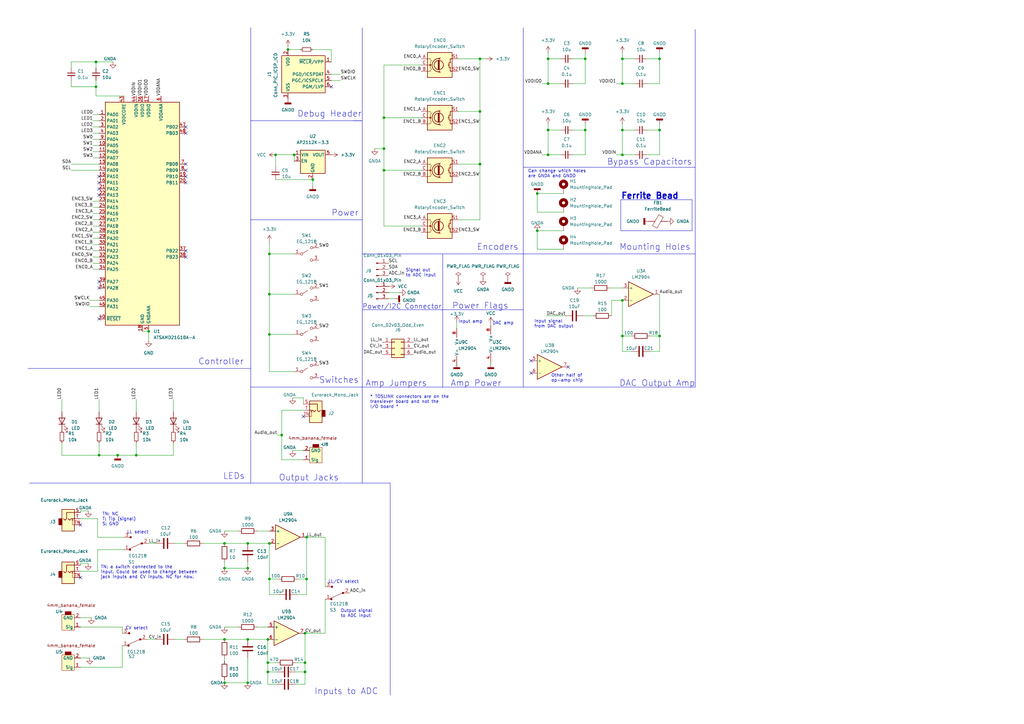
<source format=kicad_sch>
(kicad_sch (version 20230121) (generator eeschema)
  (paper "A3")
  (junction (at 113.03 63.5))
  (junction (at 55.88 186.69))
  (junction (at 270.51 137.795))
  (junction (at 92.075 233.045))
  (junction (at 224.79 53.34))
  (junction (at 224.79 34.29))
  (junction (at 92.075 262.255))
  (junction (at 48.26 186.69))
  (junction (at 110.49 120.65))
  (junction (at 118.11 20.32))
  (junction (at 196.85 45.72))
  (junction (at 39.37 35.56))
  (junction (at 115.57 178.435))
  (junction (at 224.79 24.13))
  (junction (at 270.51 53.34))
  (junction (at 92.075 222.885))
  (junction (at 110.49 222.885))
  (junction (at 196.85 67.31))
  (junction (at 60.96 135.89))
  (junction (at 255.27 63.5))
  (junction (at 125.095 259.715))
  (junction (at 110.49 237.49))
  (junction (at 92.075 280.035))
  (junction (at 39.37 25.4))
  (junction (at 110.49 137.16))
  (junction (at 157.48 69.85))
  (junction (at 255.27 24.13))
  (junction (at 120.65 63.5))
  (junction (at 101.6 262.255))
  (junction (at 125.095 271.78))
  (junction (at 128.27 73.66))
  (junction (at 157.48 48.26))
  (junction (at 40.64 186.69))
  (junction (at 255.27 34.29))
  (junction (at 125.095 275.59))
  (junction (at 240.03 53.34))
  (junction (at 101.6 222.885))
  (junction (at 110.49 104.14))
  (junction (at 125.73 237.49))
  (junction (at 101.6 233.045))
  (junction (at 240.03 24.13))
  (junction (at 224.79 63.5))
  (junction (at 109.855 275.59))
  (junction (at 101.6 280.035))
  (junction (at 255.27 123.19))
  (junction (at 270.51 24.13))
  (junction (at 220.345 94.615))
  (junction (at 196.85 24.13))
  (junction (at 125.73 220.345))
  (junction (at 220.345 79.375))
  (junction (at 255.27 137.795))
  (junction (at 109.855 271.78))
  (junction (at 157.48 60.96))
  (junction (at 109.855 262.255))
  (junction (at 255.27 53.34))
  (no_connect (at 33.02 215.265))
  (no_connect (at 124.46 170.815))
  (no_connect (at 76.2 54.61))
  (no_connect (at 40.64 130.81))
  (no_connect (at 76.2 72.39))
  (no_connect (at 233.045 150.495))
  (no_connect (at 76.2 67.31))
  (no_connect (at 76.2 105.41))
  (no_connect (at 40.64 80.01))
  (no_connect (at 217.805 147.955))
  (no_connect (at 217.805 153.035))
  (no_connect (at 76.2 74.93))
  (no_connect (at 135.89 35.56))
  (no_connect (at 76.2 52.07))
  (no_connect (at 76.2 69.85))
  (no_connect (at 76.2 102.87))
  (no_connect (at 40.64 74.93))
  (no_connect (at 33.02 236.855))
  (no_connect (at 40.64 72.39))
  (no_connect (at 40.64 77.47))
  (no_connect (at 40.64 115.57))
  (no_connect (at 40.64 118.11))
  (wire (pts (xy 110.49 104.14) (xy 110.49 120.65)))
  (wire (pts (xy 33.02 273.685) (xy 50.165 273.685)))
  (polyline (pts (xy 148.59 90.17) (xy 148.59 49.53)))
  (wire (pts (xy 224.79 24.13) (xy 229.87 24.13)))
  (wire (pts (xy 121.92 243.84) (xy 125.73 243.84)))
  (wire (pts (xy 38.1 95.25) (xy 40.64 95.25)))
  (polyline (pts (xy 148.59 158.75) (xy 102.87 158.75)))
  (wire (pts (xy 38.1 100.33) (xy 40.64 100.33)))
  (polyline (pts (xy 148.59 158.75) (xy 148.59 198.12)))
  (wire (pts (xy 110.49 237.49) (xy 110.49 222.885)))
  (polyline (pts (xy 102.87 198.12) (xy 160.02 198.12)))
  (wire (pts (xy 83.185 222.885) (xy 92.075 222.885)))
  (wire (pts (xy 40.64 181.61) (xy 40.64 186.69)))
  (polyline (pts (xy 214.63 127) (xy 181.61 127)))
  (wire (pts (xy 83.185 262.255) (xy 92.075 262.255)))
  (polyline (pts (xy 214.63 11.43) (xy 214.63 104.14)))
  (polyline (pts (xy 160.02 198.12) (xy 160.02 285.115)))
  (polyline (pts (xy 214.63 104.14) (xy 214.63 127)))
  (wire (pts (xy 33.02 234.315) (xy 40.005 234.315)))
  (wire (pts (xy 125.095 280.67) (xy 125.095 275.59)))
  (polyline (pts (xy 254.635 81.915) (xy 283.845 81.915)))
  (wire (pts (xy 255.27 123.19) (xy 255.27 137.795)))
  (wire (pts (xy 255.27 63.5) (xy 260.35 63.5)))
  (wire (pts (xy 40.005 212.725) (xy 40.005 220.345)))
  (wire (pts (xy 40.64 186.69) (xy 48.26 186.69)))
  (wire (pts (xy 157.48 60.96) (xy 157.48 69.85)))
  (wire (pts (xy 240.03 24.13) (xy 240.03 21.59)))
  (wire (pts (xy 239.395 129.54) (xy 243.205 129.54)))
  (wire (pts (xy 38.1 102.87) (xy 40.64 102.87)))
  (wire (pts (xy 255.27 53.34) (xy 255.27 63.5)))
  (wire (pts (xy 33.02 212.725) (xy 40.005 212.725)))
  (wire (pts (xy 265.43 63.5) (xy 270.51 63.5)))
  (wire (pts (xy 157.48 48.26) (xy 157.48 60.96)))
  (wire (pts (xy 252.73 63.5) (xy 255.27 63.5)))
  (wire (pts (xy 38.1 49.53) (xy 40.64 49.53)))
  (wire (pts (xy 55.88 163.83) (xy 55.88 168.91)))
  (wire (pts (xy 270.51 34.29) (xy 270.51 24.13)))
  (wire (pts (xy 153.67 60.96) (xy 157.48 60.96)))
  (wire (pts (xy 38.1 97.79) (xy 40.64 97.79)))
  (wire (pts (xy 25.4 186.69) (xy 40.64 186.69)))
  (wire (pts (xy 40.64 163.83) (xy 40.64 168.91)))
  (polyline (pts (xy 214.63 127) (xy 214.63 158.75)))
  (wire (pts (xy 265.43 24.13) (xy 270.51 24.13)))
  (wire (pts (xy 101.6 262.255) (xy 109.855 262.255)))
  (wire (pts (xy 135.89 30.48) (xy 139.7 30.48)))
  (wire (pts (xy 109.855 271.78) (xy 109.855 262.255)))
  (wire (pts (xy 113.03 63.5) (xy 113.03 68.58)))
  (wire (pts (xy 157.48 48.26) (xy 157.48 26.67)))
  (wire (pts (xy 38.1 62.23) (xy 40.64 62.23)))
  (wire (pts (xy 39.37 25.4) (xy 39.37 27.94)))
  (wire (pts (xy 29.21 35.56) (xy 39.37 35.56)))
  (wire (pts (xy 224.79 24.13) (xy 224.79 34.29)))
  (wire (pts (xy 71.755 222.885) (xy 75.565 222.885)))
  (wire (pts (xy 113.665 271.78) (xy 109.855 271.78)))
  (polyline (pts (xy 144.78 49.53) (xy 148.59 49.53)))
  (polyline (pts (xy 214.63 68.58) (xy 285.115 68.58)))
  (wire (pts (xy 196.85 67.31) (xy 187.96 67.31)))
  (wire (pts (xy 270.51 24.13) (xy 270.51 21.59)))
  (polyline (pts (xy 102.87 151.13) (xy 102.87 198.12)))
  (wire (pts (xy 255.27 50.8) (xy 255.27 53.34)))
  (wire (pts (xy 252.73 34.29) (xy 255.27 34.29)))
  (wire (pts (xy 55.88 186.69) (xy 71.12 186.69)))
  (polyline (pts (xy 148.59 104.14) (xy 214.63 104.14)))
  (wire (pts (xy 220.345 79.375) (xy 220.345 86.995)))
  (wire (pts (xy 38.1 92.71) (xy 40.64 92.71)))
  (polyline (pts (xy 254.635 81.915) (xy 254.635 94.615)))
  (wire (pts (xy 29.21 67.31) (xy 40.64 67.31)))
  (wire (pts (xy 133.35 240.665) (xy 133.35 220.345)))
  (wire (pts (xy 231.14 79.375) (xy 220.345 79.375)))
  (polyline (pts (xy 12.065 198.12) (xy 102.87 198.12)))
  (wire (pts (xy 172.72 92.71) (xy 157.48 92.71)))
  (wire (pts (xy 255.27 53.34) (xy 260.35 53.34)))
  (wire (pts (xy 270.51 120.65) (xy 270.51 137.795)))
  (wire (pts (xy 224.79 34.29) (xy 229.87 34.29)))
  (wire (pts (xy 157.48 92.71) (xy 157.48 69.85)))
  (polyline (pts (xy 181.61 127) (xy 181.61 104.14)))
  (wire (pts (xy 101.6 269.875) (xy 101.6 280.035)))
  (wire (pts (xy 224.79 63.5) (xy 229.87 63.5)))
  (wire (pts (xy 196.85 90.17) (xy 187.96 90.17)))
  (wire (pts (xy 255.27 24.13) (xy 260.35 24.13)))
  (wire (pts (xy 120.015 163.195) (xy 124.46 163.195)))
  (wire (pts (xy 110.49 120.65) (xy 120.65 120.65)))
  (wire (pts (xy 220.345 94.615) (xy 220.345 102.235)))
  (wire (pts (xy 118.11 19.05) (xy 118.11 20.32)))
  (wire (pts (xy 92.075 233.045) (xy 101.6 233.045)))
  (wire (pts (xy 38.1 64.77) (xy 40.64 64.77)))
  (wire (pts (xy 36.83 123.19) (xy 40.64 123.19)))
  (wire (pts (xy 38.1 87.63) (xy 40.64 87.63)))
  (wire (pts (xy 250.825 129.54) (xy 250.825 123.19)))
  (wire (pts (xy 115.57 168.275) (xy 115.57 178.435)))
  (wire (pts (xy 109.855 280.67) (xy 109.855 275.59)))
  (wire (pts (xy 33.02 253.365) (xy 37.465 253.365)))
  (wire (pts (xy 120.65 63.5) (xy 120.65 66.04)))
  (wire (pts (xy 196.85 45.72) (xy 187.96 45.72)))
  (wire (pts (xy 159.385 120.015) (xy 163.83 120.015)))
  (wire (pts (xy 38.1 105.41) (xy 40.64 105.41)))
  (wire (pts (xy 92.075 280.035) (xy 101.6 280.035)))
  (wire (pts (xy 124.46 188.595) (xy 115.57 188.595)))
  (polyline (pts (xy 181.61 158.75) (xy 181.61 127)))
  (wire (pts (xy 222.25 63.5) (xy 224.79 63.5)))
  (wire (pts (xy 33.02 231.14) (xy 33.02 231.775)))
  (wire (pts (xy 255.27 144.145) (xy 255.27 137.795)))
  (wire (pts (xy 201.295 149.225) (xy 201.295 148.59)))
  (wire (pts (xy 113.665 275.59) (xy 109.855 275.59)))
  (polyline (pts (xy 181.61 158.75) (xy 214.63 158.75)))
  (wire (pts (xy 259.08 137.795) (xy 255.27 137.795)))
  (polyline (pts (xy 285.115 68.58) (xy 285.115 104.14)))
  (wire (pts (xy 39.37 35.56) (xy 39.37 39.37)))
  (wire (pts (xy 71.12 181.61) (xy 71.12 186.69)))
  (polyline (pts (xy 254.635 94.615) (xy 283.845 94.615)))
  (wire (pts (xy 39.37 39.37) (xy 50.8 39.37)))
  (wire (pts (xy 39.37 25.4) (xy 46.355 25.4)))
  (wire (pts (xy 125.73 237.49) (xy 125.73 243.84)))
  (wire (pts (xy 157.48 48.26) (xy 172.72 48.26)))
  (wire (pts (xy 133.35 245.745) (xy 133.35 259.715)))
  (wire (pts (xy 33.02 257.175) (xy 50.165 257.175)))
  (wire (pts (xy 38.1 46.99) (xy 40.64 46.99)))
  (wire (pts (xy 101.6 222.885) (xy 110.49 222.885)))
  (wire (pts (xy 92.075 269.875) (xy 92.075 271.145)))
  (wire (pts (xy 40.005 225.425) (xy 50.8 225.425)))
  (wire (pts (xy 157.48 26.67) (xy 172.72 26.67)))
  (wire (pts (xy 224.79 21.59) (xy 224.79 24.13)))
  (wire (pts (xy 133.35 259.715) (xy 125.095 259.715)))
  (wire (pts (xy 110.49 99.06) (xy 110.49 104.14)))
  (wire (pts (xy 231.14 102.235) (xy 220.345 102.235)))
  (wire (pts (xy 40.005 220.345) (xy 50.8 220.345)))
  (wire (pts (xy 110.49 137.16) (xy 120.65 137.16)))
  (wire (pts (xy 196.85 24.13) (xy 199.39 24.13)))
  (wire (pts (xy 113.03 73.66) (xy 128.27 73.66)))
  (wire (pts (xy 115.57 168.275) (xy 124.46 168.275)))
  (polyline (pts (xy 285.115 158.75) (xy 285.115 104.14)))
  (polyline (pts (xy 214.63 158.75) (xy 285.115 158.75)))
  (wire (pts (xy 101.6 230.505) (xy 101.6 233.045)))
  (wire (pts (xy 234.95 53.34) (xy 240.03 53.34)))
  (polyline (pts (xy 148.59 158.75) (xy 181.61 158.75)))
  (wire (pts (xy 92.075 257.175) (xy 97.79 257.175)))
  (wire (pts (xy 265.43 34.29) (xy 270.51 34.29)))
  (wire (pts (xy 38.1 90.17) (xy 40.64 90.17)))
  (wire (pts (xy 113.665 280.67) (xy 109.855 280.67)))
  (wire (pts (xy 240.03 34.29) (xy 240.03 24.13)))
  (wire (pts (xy 125.095 259.715) (xy 125.095 271.78)))
  (wire (pts (xy 187.96 24.13) (xy 196.85 24.13)))
  (wire (pts (xy 110.49 120.65) (xy 110.49 137.16)))
  (wire (pts (xy 224.79 50.8) (xy 224.79 53.34)))
  (wire (pts (xy 234.95 63.5) (xy 240.03 63.5)))
  (wire (pts (xy 36.83 125.73) (xy 40.64 125.73)))
  (wire (pts (xy 109.855 271.78) (xy 109.855 275.59)))
  (wire (pts (xy 92.075 262.255) (xy 101.6 262.255)))
  (wire (pts (xy 222.25 34.29) (xy 224.79 34.29)))
  (wire (pts (xy 38.1 82.55) (xy 40.64 82.55)))
  (wire (pts (xy 36.195 209.55) (xy 33.02 209.55)))
  (wire (pts (xy 92.075 222.885) (xy 101.6 222.885)))
  (wire (pts (xy 224.79 53.34) (xy 224.79 63.5)))
  (wire (pts (xy 113.665 178.435) (xy 115.57 178.435)))
  (wire (pts (xy 128.27 20.32) (xy 135.89 20.32)))
  (polyline (pts (xy 102.87 90.17) (xy 148.59 90.17)))
  (wire (pts (xy 234.95 24.13) (xy 240.03 24.13)))
  (wire (pts (xy 224.79 53.34) (xy 229.87 53.34)))
  (polyline (pts (xy 148.59 90.17) (xy 148.59 158.75)))
  (wire (pts (xy 29.21 69.85) (xy 40.64 69.85)))
  (wire (pts (xy 118.11 20.32) (xy 123.19 20.32)))
  (wire (pts (xy 105.41 217.805) (xy 110.49 217.805)))
  (wire (pts (xy 92.075 217.805) (xy 97.79 217.805)))
  (wire (pts (xy 250.19 118.11) (xy 255.27 118.11)))
  (wire (pts (xy 220.345 86.995) (xy 231.14 86.995)))
  (wire (pts (xy 121.285 271.78) (xy 125.095 271.78)))
  (wire (pts (xy 201.295 132.715) (xy 201.295 133.35)))
  (wire (pts (xy 50.165 257.175) (xy 50.165 259.715)))
  (wire (pts (xy 125.73 220.345) (xy 125.73 237.49)))
  (wire (pts (xy 255.27 24.13) (xy 255.27 34.29)))
  (wire (pts (xy 36.195 231.14) (xy 33.02 231.14)))
  (wire (pts (xy 110.49 137.16) (xy 110.49 152.4)))
  (wire (pts (xy 270.51 63.5) (xy 270.51 53.34)))
  (wire (pts (xy 236.855 118.11) (xy 242.57 118.11)))
  (wire (pts (xy 255.27 21.59) (xy 255.27 24.13)))
  (wire (pts (xy 135.89 20.32) (xy 135.89 25.4)))
  (wire (pts (xy 187.325 149.225) (xy 187.325 149.86)))
  (wire (pts (xy 29.21 25.4) (xy 39.37 25.4)))
  (wire (pts (xy 196.85 67.31) (xy 196.85 90.17)))
  (wire (pts (xy 121.285 275.59) (xy 125.095 275.59)))
  (wire (pts (xy 25.4 181.61) (xy 25.4 186.69)))
  (wire (pts (xy 39.37 33.02) (xy 39.37 35.56)))
  (wire (pts (xy 114.3 237.49) (xy 110.49 237.49)))
  (wire (pts (xy 38.1 52.07) (xy 40.64 52.07)))
  (polyline (pts (xy 102.87 49.53) (xy 148.59 49.53)))
  (wire (pts (xy 38.1 59.69) (xy 40.64 59.69)))
  (wire (pts (xy 25.4 163.83) (xy 25.4 168.91)))
  (polyline (pts (xy 11.43 151.13) (xy 102.87 151.13)))
  (wire (pts (xy 92.075 230.505) (xy 92.075 233.045)))
  (wire (pts (xy 110.49 104.14) (xy 120.65 104.14)))
  (wire (pts (xy 113.03 63.5) (xy 120.65 63.5)))
  (wire (pts (xy 231.14 94.615) (xy 220.345 94.615)))
  (wire (pts (xy 266.7 137.795) (xy 270.51 137.795)))
  (wire (pts (xy 33.02 209.55) (xy 33.02 210.185)))
  (wire (pts (xy 60.325 262.255) (xy 64.135 262.255)))
  (wire (pts (xy 71.12 163.83) (xy 71.12 168.91)))
  (wire (pts (xy 105.41 257.175) (xy 109.855 257.175)))
  (wire (pts (xy 38.1 57.15) (xy 40.64 57.15)))
  (wire (pts (xy 121.92 237.49) (xy 125.73 237.49)))
  (wire (pts (xy 196.85 45.72) (xy 196.85 67.31)))
  (wire (pts (xy 40.005 234.315) (xy 40.005 225.425)))
  (wire (pts (xy 60.96 135.89) (xy 60.96 139.7)))
  (wire (pts (xy 172.72 69.85) (xy 157.48 69.85)))
  (wire (pts (xy 135.89 33.02) (xy 139.7 33.02)))
  (wire (pts (xy 114.3 243.84) (xy 110.49 243.84)))
  (wire (pts (xy 234.95 34.29) (xy 240.03 34.29)))
  (polyline (pts (xy 148.59 11.43) (xy 148.59 49.53)))
  (wire (pts (xy 29.21 33.02) (xy 29.21 35.56)))
  (wire (pts (xy 196.85 24.13) (xy 196.85 45.72)))
  (wire (pts (xy 120.015 184.785) (xy 124.46 184.785)))
  (polyline (pts (xy 102.87 11.43) (xy 102.87 151.13)))
  (wire (pts (xy 240.03 63.5) (xy 240.03 53.34)))
  (wire (pts (xy 125.095 271.78) (xy 125.095 275.59)))
  (polyline (pts (xy 285.115 12.065) (xy 285.115 68.58)))
  (wire (pts (xy 187.325 132.08) (xy 187.325 134.62)))
  (wire (pts (xy 110.49 152.4) (xy 120.65 152.4)))
  (wire (pts (xy 115.57 178.435) (xy 115.57 188.595)))
  (wire (pts (xy 124.46 165.735) (xy 124.46 163.195)))
  (wire (pts (xy 48.26 186.69) (xy 55.88 186.69)))
  (wire (pts (xy 265.43 53.34) (xy 270.51 53.34)))
  (polyline (pts (xy 283.845 94.615) (xy 283.845 81.915)))
  (wire (pts (xy 121.285 280.67) (xy 125.095 280.67)))
  (wire (pts (xy 270.51 137.795) (xy 270.51 144.145)))
  (wire (pts (xy 250.825 123.19) (xy 255.27 123.19)))
  (wire (pts (xy 38.1 110.49) (xy 40.64 110.49)))
  (wire (pts (xy 159.385 122.555) (xy 161.925 122.555)))
  (wire (pts (xy 58.42 135.89) (xy 60.96 135.89)))
  (wire (pts (xy 270.51 53.34) (xy 270.51 50.8)))
  (wire (pts (xy 60.96 222.885) (xy 64.135 222.885)))
  (wire (pts (xy 55.88 181.61) (xy 55.88 186.69)))
  (wire (pts (xy 71.755 262.255) (xy 75.565 262.255)))
  (wire (pts (xy 50.165 273.685) (xy 50.165 264.795)))
  (wire (pts (xy 224.155 129.54) (xy 231.775 129.54)))
  (polyline (pts (xy 148.59 127) (xy 181.61 127)))
  (wire (pts (xy 133.35 220.345) (xy 125.73 220.345)))
  (wire (pts (xy 255.27 34.29) (xy 260.35 34.29)))
  (wire (pts (xy 110.49 243.84) (xy 110.49 237.49)))
  (wire (pts (xy 259.08 144.145) (xy 255.27 144.145)))
  (wire (pts (xy 38.1 107.95) (xy 40.64 107.95)))
  (wire (pts (xy 240.03 53.34) (xy 240.03 50.8)))
  (wire (pts (xy 128.27 73.66) (xy 128.27 76.2)))
  (wire (pts (xy 29.21 27.94) (xy 29.21 25.4)))
  (wire (pts (xy 33.02 269.875) (xy 36.83 269.875)))
  (wire (pts (xy 92.075 278.765) (xy 92.075 280.035)))
  (polyline (pts (xy 214.63 104.14) (xy 285.115 104.14)))
  (wire (pts (xy 38.1 85.09) (xy 40.64 85.09)))
  (wire (pts (xy 266.7 144.145) (xy 270.51 144.145)))
  (wire (pts (xy 38.1 54.61) (xy 40.64 54.61)))
  (text "LL/CV select" (at 134.62 239.395 0) (effects (font (size 1.27 1.27)) (justify left bottom)))
  (text "TN: NC\nT: Tip (signal)\nS: GND\n\n" (at 41.91 217.805 0) (effects (font (size 1.27 1.27)) (justify left bottom)))
  (text "Input signal\nfrom DAC output" (at 219.075 134.62 0) (effects (font (size 1.27 1.27)) (justify left bottom)))
  (text "Other half of\nop-amp chip" (at 226.06 156.845 0) (effects (font (size 1.27 1.27)) (justify left bottom)))
  (text "CV select" (at 51.435 258.445 0) (effects (font (size 1.27 1.27)) (justify left bottom)))
  (text "LEDs" (at 91.44 196.85 0) (effects (font (size 2.5 2.5)) (justify left bottom)))
  (text "DAC amp" (at 201.93 133.35 0) (effects (font (size 1.27 1.27)) (justify left bottom)))
  (text "DAC Output Amp" (at 254 158.75 0) (effects (font (size 2.5 2.5)) (justify left bottom)))
  (text "Debug Header\n" (at 121.92 48.26 0) (effects (font (size 2.5 2.5)) (justify left bottom)))
  (text "Encoders" (at 195.58 102.87 0) (effects (font (size 2.5 2.5)) (justify left bottom)))
  (text "Amp Jumpers" (at 149.86 158.75 0) (effects (font (size 2.5 2.5)) (justify left bottom)))
  (text "Output Jacks" (at 114.3 197.485 0) (effects (font (size 2.5 2.5)) (justify left bottom)))
  (text "Switches" (at 130.81 157.48 0) (effects (font (size 2.5 2.5)) (justify left bottom)))
  (text "Ferrite Bead\n" (at 254.635 81.915 0) (effects (font (size 2.5 2.5) (thickness 0.5) bold) (justify left bottom)))
  (text "Power" (at 135.89 88.9 0) (effects (font (size 2.5 2.5)) (justify left bottom)))
  (text "Input amp" (at 187.96 132.715 0) (effects (font (size 1.27 1.27)) (justify left bottom)))
  (text "* TOSLINK connectors are on the\ntransiever board and not the\nI/O board *" (at 151.765 167.64 0) (effects (font (size 1.27 1.27)) (justify left bottom)))
  (text "Amp Power" (at 184.785 158.75 0) (effects (font (size 2.5 2.5)) (justify left bottom)))
  (text "Inputs to ADC" (at 128.905 285.115 0) (effects (font (size 2.5 2.5)) (justify left bottom)))
  (text "Power/I2C Connector" (at 148.59 127 0) (effects (font (size 2 2)) (justify left bottom)))
  (text "Signal out\nto ADC input" (at 166.37 113.665 0) (effects (font (size 1.27 1.27)) (justify left bottom)))
  (text "TN: a switch connected to the \ninput. Could be used to change between \njack inputs and CV inputs. NC for now." (at 41.275 237.49 0) (effects (font (size 1.27 1.27)) (justify left bottom)))
  (text "Controller" (at 81.28 149.86 0) (effects (font (size 2.5 2.5)) (justify left bottom)))
  (text "Mounting Holes" (at 254 102.87 0) (effects (font (size 2.5 2.5)) (justify left bottom)))
  (text "LL select" (at 52.07 219.075 0) (effects (font (size 1.27 1.27)) (justify left bottom)))
  (text "Bypass Capacitors" (at 248.92 67.945 0) (effects (font (size 2.5 2.5)) (justify left bottom)))
  (text "Can change which holes\nare GNDA and GNDD" (at 216.535 73.025 0) (effects (font (size 1.27 1.27)) (justify left bottom)))
  (text "Power Flags" (at 185.42 127 0) (effects (font (size 2.5 2.5)) (justify left bottom)))
  (text "Output signal\nto ADC input" (at 139.7 253.365 0) (effects (font (size 1.27 1.27)) (justify left bottom)))
  (label "DAC_out" (at 156.845 145.415 180))
  (label "ENC3_A" (at 38.1 87.63 180))
  (label "VDDANA" (at 222.25 63.5 180))
  (label "ENC2_A" (at 172.72 67.31 180))
  (label "ADC_in" (at 143.51 243.205 0))
  (label "CV_in" (at 60.96 262.255 0))
  (label "LL_out" (at 169.545 140.335 0))
  (label "Audio_out" (at 169.545 145.415 0))
  (label "ENC2_A" (at 38.1 95.25 180))
  (label "SW0" (at 130.81 101.6 0))
  (label "SWCLK" (at 139.7 33.02 0))
  (label "ENC1_B" (at 38.1 100.33 180))
  (label "SW3" (at 130.81 149.86 0))
  (label "ENC2_B" (at 38.1 92.71 180))
  (label "SCL" (at 159.385 107.95 0))
  (label "SW0" (at 38.1 57.15 180))
  (label "SW3" (at 38.1 64.77 180))
  (label "SW1" (at 130.81 118.11 0))
  (label "ENC0_SW" (at 38.1 105.41 180))
  (label "SWDIO" (at 139.7 30.48 0))
  (label "VDDIO0" (at 60.96 39.37 90))
  (label "ENC3_B" (at 38.1 85.09 180))
  (label "ENC3_SW" (at 187.96 95.25 0))
  (label "ADC_in" (at 159.385 113.03 0))
  (label "VDDIN" (at 55.88 39.37 90))
  (label "LL_in" (at 156.845 140.335 180))
  (label "VDDANA" (at 66.04 39.37 90))
  (label "SWCLK" (at 36.83 123.19 180))
  (label "LED0" (at 38.1 46.99 180))
  (label "ENC2_SW" (at 187.96 72.39 0))
  (label "SW1" (at 38.1 59.69 180))
  (label "VDDIO1" (at 58.42 39.37 90))
  (label "SDA" (at 159.385 110.49 0))
  (label "ENC0_B" (at 172.72 29.21 180))
  (label "ENC2_SW" (at 38.1 90.17 180))
  (label "CV_out" (at 169.545 142.875 0))
  (label "DAC_out" (at 224.155 129.54 0))
  (label "VDDIO1" (at 252.73 34.29 180))
  (label "ENC3_B" (at 172.72 95.25 180))
  (label "ENC1_B" (at 172.72 50.8 180))
  (label "LED0" (at 25.4 163.83 90))
  (label "LED3" (at 38.1 54.61 180))
  (label "ENC1_SW" (at 38.1 97.79 180))
  (label "LL_out" (at 125.73 220.345 0))
  (label "CV_out" (at 125.095 259.715 0))
  (label "SW2" (at 38.1 62.23 180))
  (label "ENC3_SW" (at 38.1 82.55 180))
  (label "SWDIO" (at 36.83 125.73 180))
  (label "SCL" (at 29.21 69.85 180))
  (label "ENC2_B" (at 172.72 72.39 180))
  (label "SW2" (at 130.81 134.62 0))
  (label "ENC1_A" (at 38.1 102.87 180))
  (label "ENC0_A" (at 172.72 24.13 180))
  (label "SDA" (at 29.21 67.31 180))
  (label "LED1" (at 38.1 49.53 180))
  (label "ENC0_SW" (at 187.96 29.21 0))
  (label "ENC1_SW" (at 187.96 50.8 0))
  (label "LED2" (at 38.1 52.07 180))
  (label "LED1" (at 40.64 163.83 90))
  (label "ENC0_B" (at 38.1 107.95 180))
  (label "LL_in" (at 60.96 222.885 0))
  (label "VDDIN" (at 252.73 63.5 180))
  (label "VDDIO0" (at 222.25 34.29 180))
  (label "ENC0_A" (at 38.1 110.49 180))
  (label "Audio_out" (at 113.665 178.435 180))
  (label "LED3" (at 71.12 163.83 90))
  (label "ENC1_A" (at 172.72 45.72 180))
  (label "LED2" (at 55.88 163.83 90))
  (label "ENC3_A" (at 172.72 90.17 180))
  (label "Audio_out" (at 270.51 120.65 0))
  (label "CV_in" (at 156.845 142.875 180))
  (symbol (lib_id "Regulator_Linear:AP2112K-3.3") (at 128.27 66.04 0) (unit 1)
    (property "Reference" "U2" (at 128.27 55.88 0))
    (property "Value" "AP2112K-3.3" (at 128.27 58.42 0))
    (property "Footprint" "Package_TO_SOT_SMD:SOT-23-5" (effects hide))
    (property "Datasheet" "https://www.diodes.com/assets/Datasheets/AP2112.pdf" (effects hide))
  )
  (symbol (lib_id "power:GNDD") (at 161.925 122.555 90) (unit 1)
    (property "Reference" "#PWR018" (effects hide))
    (property "Value" "GNDD" (at 165.1 123.19 90) (effects (justify right)))
  )
  (symbol (lib_id "power:GNDD") (at 118.11 40.64 0) (unit 1)
    (property "Reference" "#PWR030" (effects hide))
    (property "Value" "GNDD" (at 118.11 45.085 0))
  )
  (symbol (lib_id "Device:C_Small") (at 232.41 24.13 90) (unit 1)
    (property "Reference" "C3" (at 232.4163 17.78 90))
    (property "Value" "10u" (at 232.4163 20.32 90))
    (property "Footprint" "Capacitor_SMD:C_0603_1608Metric" (effects hide))
  )
  (symbol (lib_id "Device:LED") (at 40.64 172.72 90) (unit 1)
    (property "Reference" "D2" (at 44.45 173.0374 90) (effects (justify right)))
    (property "Value" "LED" (at 44.45 175.5774 90) (effects (justify right)))
    (property "Footprint" "LED_THT:LED_Rectangular_W5.0mm_H2.0mm" (effects hide))
  )
  (symbol (lib_id "power:+3.3V") (at 187.325 132.08 0) (unit 1)
    (property "Reference" "#PWR05" (effects hide))
    (property "Value" "+3.3V" (at 187.325 128.7884 0))
  )
  (symbol (lib_name "GNDA_2") (lib_id "power:GNDA") (at 101.6 233.045 0) (unit 1)
    (property "Reference" "#PWR04" (effects hide))
    (property "Value" "GNDA" (at 101.6 237.49 0))
  )
  (symbol (lib_name "GNDA_2") (lib_id "power:GNDA") (at 101.6 280.035 0) (unit 1)
    (property "Reference" "#PWR012" (effects hide))
    (property "Value" "GNDA" (at 104.775 280.035 0))
  )
  (symbol (lib_id "Device:C") (at 101.6 266.065 180) (unit 1)
    (property "Reference" "C16" (at 105.41 265.43 0) (effects (justify right)))
    (property "Value" "10nF" (at 105.41 267.97 0) (effects (justify right)))
    (property "Footprint" "Capacitor_SMD:C_0603_1608Metric" (effects hide))
  )
  (symbol (lib_id "power:PWR_FLAG") (at 208.28 114.3 0) (unit 1)
    (property "Reference" "#FLG03" (effects hide))
    (property "Value" "PWR_FLAG" (at 208.28 109.22 0))
  )
  (symbol (lib_id "Device:C_Small") (at 29.21 30.48 0) (unit 1)
    (property "Reference" "C1" (at 31.75 29.2162 0) (effects (justify left)))
    (property "Value" "0.1u" (at 31.75 31.7562 0) (effects (justify left)))
    (property "Footprint" "Capacitor_SMD:C_0603_1608Metric" (effects hide))
  )
  (symbol (lib_id "Device:R") (at 101.6 257.175 270) (unit 1)
    (property "Reference" "R12" (at 101.6 252.095 90))
    (property "Value" "1000" (at 101.6 254.635 90))
    (property "Footprint" "Resistor_SMD:R_0603_1608Metric" (effects hide))
  )
  (symbol (lib_id "Device:C") (at 118.11 243.84 270) (unit 1)
    (property "Reference" "C14" (at 121.285 242.57 90))
    (property "Value" "10uF" (at 114.3 242.57 90))
    (property "Footprint" "Capacitor_SMD:C_0603_1608Metric" (effects hide))
  )
  (symbol (lib_name "GNDA_2") (lib_id "power:GNDA") (at 92.075 233.045 0) (unit 1)
    (property "Reference" "#PWR03" (effects hide))
    (property "Value" "GNDA" (at 92.075 237.49 0))
  )
  (symbol (lib_id "power:PWR_FLAG") (at 198.12 114.3 0) (unit 1)
    (property "Reference" "#FLG02" (effects hide))
    (property "Value" "PWR_FLAG" (at 198.12 109.22 0))
  )
  (symbol (lib_name "GNDA_2") (lib_id "power:GNDA") (at 92.075 217.805 0) (unit 1)
    (property "Reference" "#PWR07" (effects hide))
    (property "Value" "GNDA" (at 88.265 217.805 0))
  )
  (symbol (lib_id "dk_Slide-Switches:EG1218") (at 138.43 243.205 180) (unit 1)
    (property "Reference" "S3" (at 136.525 250.19 0))
    (property "Value" "EG1218" (at 139.065 247.65 0))
    (property "Footprint" "digikey-footprints:Switch_Slide_11.6x4mm_EG1218" (effects hide))
    (property "Datasheet" "http://spec_sheets.e-switch.com/specs/P040040.pdf" (effects hide))
    (property "Digi-Key_PN" "EG1903-ND" (effects hide))
    (property "MPN" "EG1218" (effects hide))
    (property "Category" "Switches" (effects hide))
    (property "Family" "Slide Switches" (effects hide))
    (property "DK_Datasheet_Link" "http://spec_sheets.e-switch.com/specs/P040040.pdf" (effects hide))
    (property "DK_Detail_Page" "/product-detail/en/e-switch/EG1218/EG1903-ND/101726" (effects hide))
    (property "Description" "SWITCH SLIDE SPDT 200MA 30V" (effects hide))
    (property "Manufacturer" "E-Switch" (effects hide))
    (property "Status" "Active" (effects hide))
  )
  (symbol (lib_id "Device:C_Small") (at 262.89 63.5 270) (unit 1)
    (property "Reference" "C11" (at 262.8836 57.15 90))
    (property "Value" "0.1u" (at 262.8836 59.69 90))
    (property "Footprint" "Capacitor_SMD:C_0603_1608Metric" (effects hide))
  )
  (symbol (lib_id "Custom:EG_1218") (at 125.73 144.78 0) (unit 1)
    (property "Reference" "SW4" (at 125.73 144.78 0))
    (property "Value" "EG_1218" (at 125.73 147.32 0))
    (property "Footprint" "custom_lib:EG_1218" (effects hide))
  )
  (symbol (lib_id "Device:R_Small") (at 25.4 179.07 180) (unit 1)
    (property "Reference" "R1" (at 27.94 177.7999 0) (effects (justify right)))
    (property "Value" "10k" (at 27.94 180.3399 0) (effects (justify right)))
    (property "Footprint" "Resistor_SMD:R_0603_1608Metric" (effects hide))
  )
  (symbol (lib_id "Device:C") (at 101.6 226.695 180) (unit 1)
    (property "Reference" "C13" (at 105.41 226.06 0) (effects (justify right)))
    (property "Value" "10nF" (at 105.41 228.6 0) (effects (justify right)))
    (property "Footprint" "Capacitor_SMD:C_0603_1608Metric" (effects hide))
  )
  (symbol (lib_name "GNDA_2") (lib_id "power:GNDA") (at 120.015 163.195 0) (unit 1)
    (property "Reference" "#PWR023" (effects hide))
    (property "Value" "GNDA" (at 118.745 161.925 0))
  )
  (symbol (lib_id "power:GNDD") (at 128.27 76.2 0) (unit 1)
    (property "Reference" "#PWR029" (effects hide))
    (property "Value" "GNDD" (at 128.27 80.645 0))
  )
  (symbol (lib_id "power:+3.3V") (at 110.49 99.06 0) (unit 1)
    (property "Reference" "#PWR0111" (effects hide))
    (property "Value" "+3.3V" (at 110.49 93.98 0))
  )
  (symbol (lib_id "dk_Slide-Switches:EG1218") (at 55.245 262.255 180) (unit 1)
    (property "Reference" "S2" (at 53.975 269.24 0))
    (property "Value" "EG1218" (at 55.88 267.335 0))
    (property "Footprint" "digikey-footprints:Switch_Slide_11.6x4mm_EG1218" (effects hide))
    (property "Datasheet" "http://spec_sheets.e-switch.com/specs/P040040.pdf" (effects hide))
    (property "Digi-Key_PN" "EG1903-ND" (effects hide))
    (property "MPN" "EG1218" (effects hide))
    (property "Category" "Switches" (effects hide))
    (property "Family" "Slide Switches" (effects hide))
    (property "DK_Datasheet_Link" "http://spec_sheets.e-switch.com/specs/P040040.pdf" (effects hide))
    (property "DK_Detail_Page" "/product-detail/en/e-switch/EG1218/EG1903-ND/101726" (effects hide))
    (property "Description" "SWITCH SLIDE SPDT 200MA 30V" (effects hide))
    (property "Manufacturer" "E-Switch" (effects hide))
    (property "Status" "Active" (effects hide))
  )
  (symbol (lib_id "Device:LED") (at 25.4 172.72 90) (unit 1)
    (property "Reference" "D1" (at 29.21 173.0374 90) (effects (justify right)))
    (property "Value" "LED" (at 29.21 175.5774 90) (effects (justify right)))
    (property "Footprint" "LED_THT:LED_Rectangular_W5.0mm_H2.0mm" (effects hide))
  )
  (symbol (lib_id "Device:R") (at 117.475 271.78 270) (unit 1)
    (property "Reference" "R14" (at 122.555 270.51 90))
    (property "Value" "470" (at 112.395 270.51 90))
    (property "Footprint" "Resistor_SMD:R_0603_1608Metric" (effects hide))
  )
  (symbol (lib_id "Mechanical:MountingHole_Pad") (at 231.14 84.455 0) (unit 1)
    (property "Reference" "H2" (at 233.68 81.9149 0) (effects (justify left)))
    (property "Value" "MountingHole_Pad" (at 233.68 84.4549 0) (effects (justify left)))
    (property "Footprint" "MountingHole:MountingHole_3.2mm_M3_ISO7380_Pad" (effects hide))
  )
  (symbol (lib_id "power:GNDD") (at 270.51 50.8 180) (unit 1)
    (property "Reference" "#PWR027" (effects hide))
    (property "Value" "GNDD" (at 270.51 46.99 0))
  )
  (symbol (lib_id "power:VCC") (at 201.295 132.715 0) (unit 1)
    (property "Reference" "#PWR016" (effects hide))
    (property "Value" "VCC" (at 201.295 128.4776 0))
  )
  (symbol (lib_name "GNDA_2") (lib_id "power:GNDA") (at 163.83 120.015 90) (unit 1)
    (property "Reference" "#PWR019" (effects hide))
    (property "Value" "GNDA" (at 169.545 120.015 90))
  )
  (symbol (lib_id "custom_lib:4mm_female_banana") (at 25.4 267.335 0) (unit 1)
    (property "Reference" "U5" (at 24.13 267.335 0))
    (property "Value" "~" (at 25.4 267.335 0))
    (property "Footprint" "custom_lib:4mm_banana_female" (effects hide))
    (property "Datasheet" "https://www.digikey.com/en/products/detail/mueller-electric-co/BU-00233-2/2688274" (effects hide))
  )
  (symbol (lib_id "Custom:EG_1218") (at 125.73 113.03 0) (unit 1)
    (property "Reference" "SW2" (at 125.73 113.03 0))
    (property "Value" "EG_1218" (at 125.73 115.57 0))
    (property "Footprint" "custom_lib:EG_1218" (effects hide))
  )
  (symbol (lib_id "winterbloom:Eurorack_Mono_Jack") (at 27.94 213.995 180) (unit 1)
    (property "Reference" "J3" (at 22.86 213.995 0) (effects (justify left)))
    (property "Value" "Eurorack_Mono_Jack" (at 36.195 205.105 0) (effects (justify left)))
    (property "Footprint" "winterbloom:AudioJack_WQP518MA" (effects hide))
    (property "Datasheet" "http://www.qingpu-electronics.com/en/products/WQP-PJ398SM-362.html" (effects hide))
    (property "MPN" "WQP-WQP518MA" (effects hide))
  )
  (symbol (lib_id "Device:R_Small") (at 71.12 179.07 180) (unit 1)
    (property "Reference" "R4" (at 73.66 177.7999 0) (effects (justify right)))
    (property "Value" "10k" (at 73.66 180.3399 0) (effects (justify right)))
    (property "Footprint" "Resistor_SMD:R_0603_1608Metric" (effects hide))
  )
  (symbol (lib_id "Device:C_Small") (at 262.89 34.29 270) (unit 1)
    (property "Reference" "C9" (at 262.8836 27.94 90))
    (property "Value" "0.1u" (at 262.8836 30.48 90))
    (property "Footprint" "Capacitor_SMD:C_0603_1608Metric" (effects hide))
  )
  (symbol (lib_name "GNDA_2") (lib_id "power:GNDA") (at 36.195 231.14 0) (unit 1)
    (property "Reference" "#PWR02" (effects hide))
    (property "Value" "GNDA" (at 34.925 229.87 0))
  )
  (symbol (lib_name "GNDA_2") (lib_id "power:GNDA") (at 36.83 269.875 0) (unit 1)
    (property "Reference" "#PWR09" (effects hide))
    (property "Value" "GNDA" (at 40.64 269.875 0))
  )
  (symbol (lib_id "Device:R") (at 92.075 266.065 180) (unit 1)
    (property "Reference" "R11" (at 93.98 265.43 0) (effects (justify right)))
    (property "Value" "100" (at 93.98 267.97 0) (effects (justify right)))
    (property "Footprint" "Resistor_SMD:R_0603_1608Metric" (effects hide))
  )
  (symbol (lib_name "GNDA_2") (lib_id "power:GNDA") (at 92.075 280.035 0) (unit 1)
    (property "Reference" "#PWR011" (effects hide))
    (property "Value" "GNDA" (at 88.9 280.035 0))
  )
  (symbol (lib_id "Device:R") (at 79.375 262.255 90) (unit 1)
    (property "Reference" "R8" (at 79.375 257.175 90))
    (property "Value" "100" (at 79.375 259.715 90))
    (property "Footprint" "Resistor_SMD:R_0603_1608Metric" (effects hide))
  )
  (symbol (lib_id "Device:R") (at 79.375 222.885 90) (unit 1)
    (property "Reference" "R6" (at 79.375 217.805 90))
    (property "Value" "100" (at 79.375 220.345 90))
    (property "Footprint" "Resistor_SMD:R_0603_1608Metric" (effects hide))
  )
  (symbol (lib_id "power:GNDA") (at 153.67 60.96 0) (unit 1)
    (property "Reference" "#PWR031" (effects hide))
    (property "Value" "GNDA" (at 153.67 66.04 0))
  )
  (symbol (lib_id "Connector:Conn_01x03_Pin") (at 154.305 110.49 0) (unit 1)
    (property "Reference" "J9" (at 151.13 111.125 0))
    (property "Value" "Conn_01x03_Pin" (at 156.845 104.775 0))
    (property "Footprint" "Connector_PinHeader_2.54mm:PinHeader_1x03_P2.54mm_Vertical" (effects hide))
  )
  (symbol (lib_id "Device:C_Small") (at 232.41 34.29 270) (unit 1)
    (property "Reference" "C4" (at 232.4036 27.94 90))
    (property "Value" "0.1u" (at 232.4036 30.48 90))
    (property "Footprint" "Capacitor_SMD:C_0603_1608Metric" (effects hide))
  )
  (symbol (lib_id "Device:R") (at 92.075 274.955 180) (unit 1)
    (property "Reference" "R13" (at 93.98 274.32 0) (effects (justify right)))
    (property "Value" "100" (at 93.98 276.86 0) (effects (justify right)))
    (property "Footprint" "Resistor_SMD:R_0603_1608Metric" (effects hide))
  )
  (symbol (lib_name "4mm_female_banana_1") (lib_id "custom_lib:4mm_female_banana") (at 132.08 182.245 0) (mirror y) (unit 1)
    (property "Reference" "U8" (at 133.35 182.245 0))
    (property "Value" "~" (at 132.08 182.245 0))
    (property "Footprint" "custom_lib:4mm_banana_female" (effects hide))
    (property "Datasheet" "https://www.digikey.com/en/products/detail/mueller-electric-co/BU-00233-2/2688274" (effects hide))
  )
  (symbol (lib_id "Device:C") (at 67.945 222.885 90) (unit 1)
    (property "Reference" "C12" (at 67.945 216.535 90))
    (property "Value" "10uF" (at 67.945 219.075 90))
    (property "Footprint" "Capacitor_SMD:C_0603_1608Metric" (effects hide))
  )
  (symbol (lib_id "Mechanical:MountingHole_Pad") (at 231.14 92.075 0) (unit 1)
    (property "Reference" "H3" (at 233.68 89.5349 0) (effects (justify left)))
    (property "Value" "MountingHole_Pad" (at 233.68 92.0749 0) (effects (justify left)))
    (property "Footprint" "MountingHole:MountingHole_3.2mm_M3_ISO7380_Pad" (effects hide))
  )
  (symbol (lib_name "GNDA_2") (lib_id "power:GNDA") (at 36.195 209.55 0) (unit 1)
    (property "Reference" "#PWR01" (effects hide))
    (property "Value" "GNDA" (at 32.385 208.28 0) (effects (justify left)))
  )
  (symbol (lib_id "power:PWR_FLAG") (at 187.96 114.3 0) (unit 1)
    (property "Reference" "#FLG01" (effects hide))
    (property "Value" "PWR_FLAG" (at 187.96 109.22 0))
  )
  (symbol (lib_id "Device:RotaryEncoder_Switch") (at 180.34 69.85 0) (unit 1)
    (property "Reference" "ENC2" (at 180.34 59.69 0))
    (property "Value" "RotaryEncoder_Switch" (at 180.34 62.23 0))
    (property "Footprint" "custom_lib:PEC12R-3217F-S0024-ND" (effects hide))
  )
  (symbol (lib_id "Device:R") (at 118.11 237.49 270) (unit 1)
    (property "Reference" "R10" (at 123.19 236.22 90))
    (property "Value" "100" (at 113.03 236.22 90))
    (property "Footprint" "Resistor_SMD:R_0603_1608Metric" (effects hide))
  )
  (symbol (lib_name "GNDA_2") (lib_id "power:GNDA") (at 92.075 257.175 0) (unit 1)
    (property "Reference" "#PWR010" (effects hide))
    (property "Value" "GNDA" (at 88.265 257.175 0))
  )
  (symbol (lib_id "power:VCC") (at 187.96 114.3 180) (unit 1)
    (property "Reference" "#PWR020" (effects hide))
    (property "Value" "VCC" (at 187.96 119.38 0))
  )
  (symbol (lib_id "power:+3.3V") (at 255.27 50.8 0) (unit 1)
    (property "Reference" "#PWR0123" (effects hide))
    (property "Value" "+3.3V" (at 255.27 45.72 0))
  )
  (symbol (lib_id "power:GNDD") (at 240.03 50.8 180) (unit 1)
    (property "Reference" "#PWR028" (effects hide))
    (property "Value" "GNDD" (at 240.03 46.99 0))
  )
  (symbol (lib_id "Device:C") (at 262.89 144.145 270) (unit 1)
    (property "Reference" "C21" (at 266.065 142.875 90))
    (property "Value" "10uF" (at 259.08 142.875 90))
    (property "Footprint" "Capacitor_SMD:C_0603_1608Metric" (effects hide))
  )
  (symbol (lib_id "power:+3.3V") (at 224.79 21.59 0) (unit 1)
    (property "Reference" "#PWR0117" (effects hide))
    (property "Value" "+3.3V" (at 224.79 16.51 0))
  )
  (symbol (lib_id "dk_Slide-Switches:EG1218") (at 55.88 222.885 180) (unit 1)
    (property "Reference" "S1" (at 53.975 230.505 0))
    (property "Value" "EG1218" (at 56.515 227.965 0))
    (property "Footprint" "digikey-footprints:Switch_Slide_11.6x4mm_EG1218" (effects hide))
    (property "Datasheet" "http://spec_sheets.e-switch.com/specs/P040040.pdf" (effects hide))
    (property "Digi-Key_PN" "EG1903-ND" (effects hide))
    (property "MPN" "EG1218" (effects hide))
    (property "Category" "Switches" (effects hide))
    (property "Family" "Slide Switches" (effects hide))
    (property "DK_Datasheet_Link" "http://spec_sheets.e-switch.com/specs/P040040.pdf" (effects hide))
    (property "DK_Detail_Page" "/product-detail/en/e-switch/EG1218/EG1903-ND/101726" (effects hide))
    (property "Description" "SWITCH SLIDE SPDT 200MA 30V" (effects hide))
    (property "Manufacturer" "E-Switch" (effects hide))
    (property "Status" "Active" (effects hide))
  )
  (symbol (lib_id "Device:FerriteBead") (at 269.875 90.805 90) (unit 1)
    (property "Reference" "FB1" (at 269.8242 83.185 90))
    (property "Value" "FerriteBead" (at 269.8242 85.725 90))
    (property "Footprint" "Inductor_SMD:L_0603_1608Metric_Pad1.05x0.95mm_HandSolder" (effects hide))
    (property "Datasheet" "https://media.digikey.com/pdf/Data%20Sheets/Laird%20Technologies/EMI_Filtering_and_RF_Inductors.pdf" (effects hide))
  )
  (symbol (lib_id "power:GNDD") (at 208.28 114.3 0) (unit 1)
    (property "Reference" "#PWR034" (effects hide))
    (property "Value" "GNDD" (at 208.28 118.745 0))
  )
  (symbol (lib_id "Connector_Generic:Conn_02x03_Odd_Even") (at 161.925 142.875 0) (unit 1)
    (property "Reference" "J6" (at 163.195 135.255 0))
    (property "Value" "Conn_02x03_Odd_Even" (at 163.195 133.35 0))
    (property "Footprint" "Connector_PinHeader_2.54mm:PinHeader_2x03_P2.54mm_Vertical" (effects hide))
  )
  (symbol (lib_id "Device:LED") (at 71.12 172.72 90) (unit 1)
    (property "Reference" "D4" (at 74.93 173.0374 90) (effects (justify right)))
    (property "Value" "LED" (at 74.93 175.5774 90) (effects (justify right)))
    (property "Footprint" "LED_THT:LED_Rectangular_W5.0mm_H2.0mm" (effects hide))
  )
  (symbol (lib_id "power:GNDD") (at 240.03 21.59 180) (unit 1)
    (property "Reference" "#PWR025" (effects hide))
    (property "Value" "GNDD" (at 240.03 17.78 0))
  )
  (symbol (lib_id "MCU_Microchip_SAMD:ATSAMD21G18A-A") (at 58.42 87.63 0) (unit 1)
    (property "Reference" "U1" (at 62.9794 135.89 0) (effects (justify left)))
    (property "Value" "ATSAMD21G18A-A" (at 62.9794 138.43 0) (effects (justify left)))
    (property "Footprint" "Package_QFP:TQFP-48_7x7mm_P0.5mm" (effects hide))
    (property "Datasheet" "http://ww1.microchip.com/downloads/en/DeviceDoc/SAM_D21_DA1_Family_Data%20Sheet_DS40001882E.pdf" (effects hide))
  )
  (symbol (lib_id "power:+3.3V") (at 135.89 63.5 270) (unit 1)
    (property "Reference" "#PWR0110" (effects hide))
    (property "Value" "+3.3V" (at 139.7 63.4999 90) (effects (justify left)))
  )
  (symbol (lib_id "Amplifier_Operational:LM2904") (at 117.475 259.715 0) (unit 2)
    (property "Reference" "U9" (at 117.475 250.825 0))
    (property "Value" "LM2904" (at 117.475 253.365 0))
    (property "Footprint" "Package_SO:SOIC-8_3.9x4.9mm_P1.27mm" (effects hide))
    (property "Datasheet" "https://www.digikey.com/en/products/detail/stmicroelectronics/LM2904DT/591663" (effects hide))
  )
  (symbol (lib_id "Device:C_Small") (at 262.89 24.13 90) (unit 1)
    (property "Reference" "C8" (at 262.8963 17.78 90))
    (property "Value" "10u" (at 262.8963 20.32 90))
    (property "Footprint" "Capacitor_SMD:C_0603_1608Metric" (effects hide))
  )
  (symbol (lib_id "Device:R") (at 101.6 217.805 270) (unit 1)
    (property "Reference" "R9" (at 101.6 212.725 90))
    (property "Value" "1000" (at 101.6 215.265 90))
    (property "Footprint" "Resistor_SMD:R_0603_1608Metric" (effects hide))
  )
  (symbol (lib_id "power:+3.3V") (at 255.27 21.59 0) (unit 1)
    (property "Reference" "#PWR0121" (effects hide))
    (property "Value" "+3.3V" (at 255.27 16.51 0))
  )
  (symbol (lib_id "Custom:EG_1218") (at 125.73 129.54 0) (unit 1)
    (property "Reference" "SW3" (at 125.73 129.54 0))
    (property "Value" "EG_1218" (at 125.73 132.08 0))
    (property "Footprint" "custom_lib:EG_1218" (effects hide))
  )
  (symbol (lib_id "power:GND") (at 60.96 139.7 0) (unit 1)
    (property "Reference" "#PWR0106" (effects hide))
    (property "Value" "GND" (at 60.96 144.78 0))
  )
  (symbol (lib_id "power:VCC") (at 159.385 117.475 270) (unit 1)
    (property "Reference" "#PWR017" (effects hide))
    (property "Value" "VCC" (at 163.195 117.4749 90) (effects (justify left)))
  )
  (symbol (lib_id "Device:RotaryEncoder_Switch") (at 180.34 26.67 0) (unit 1)
    (property "Reference" "ENC0" (at 180.34 16.51 0))
    (property "Value" "RotaryEncoder_Switch" (at 180.34 19.05 0))
    (property "Footprint" "custom_lib:PEC12R-3217F-S0024-ND" (effects hide))
  )
  (symbol (lib_id "Device:R") (at 262.89 137.795 270) (unit 1)
    (property "Reference" "R18" (at 267.97 136.525 90))
    (property "Value" "100" (at 257.81 136.525 90))
    (property "Footprint" "Resistor_SMD:R_0603_1608Metric" (effects hide))
  )
  (symbol (lib_id "Device:LED") (at 55.88 172.72 90) (unit 1)
    (property "Reference" "D3" (at 59.69 173.0374 90) (effects (justify right)))
    (property "Value" "LED" (at 59.69 175.5774 90) (effects (justify right)))
    (property "Footprint" "LED_THT:LED_Rectangular_W5.0mm_H2.0mm" (effects hide))
  )
  (symbol (lib_id "Device:C") (at 235.585 129.54 90) (unit 1)
    (property "Reference" "C19" (at 235.585 123.19 90))
    (property "Value" "10uF" (at 235.585 125.73 90))
    (property "Footprint" "Capacitor_SMD:C_0603_1608Metric" (effects hide))
  )
  (symbol (lib_id "Device:C_Small") (at 262.89 53.34 90) (unit 1)
    (property "Reference" "C10" (at 262.8963 46.99 90))
    (property "Value" "10u" (at 262.8963 49.53 90))
    (property "Footprint" "Capacitor_SMD:C_0603_1608Metric" (effects hide))
  )
  (symbol (lib_id "winterbloom:Eurorack_Mono_Jack") (at 129.54 169.545 0) (mirror x) (unit 1)
    (property "Reference" "J2" (at 134.62 169.545 0) (effects (justify left)))
    (property "Value" "Eurorack_Mono_Jack" (at 127.635 161.925 0) (effects (justify left)))
    (property "Footprint" "winterbloom:AudioJack_WQP518MA" (effects hide))
    (property "Datasheet" "http://www.qingpu-electronics.com/en/products/WQP-PJ398SM-362.html" (effects hide))
    (property "MPN" "WQP-WQP518MA" (effects hide))
  )
  (symbol (lib_id "Amplifier_Operational:LM2904") (at 225.425 150.495 0) (unit 2)
    (property "Reference" "U3" (at 225.425 141.605 0))
    (property "Value" "LM2904" (at 225.425 144.145 0))
    (property "Footprint" "Package_SO:SOIC-8_3.9x4.9mm_P1.27mm" (effects hide))
    (property "Datasheet" "https://www.digikey.com/en/products/detail/stmicroelectronics/LM2904DT/591663" (effects hide))
  )
  (symbol (lib_id "Device:R") (at 247.015 129.54 90) (unit 1)
    (property "Reference" "R15" (at 247.015 124.46 90))
    (property "Value" "100" (at 247.015 127 90))
    (property "Footprint" "Resistor_SMD:R_0603_1608Metric" (effects hide))
  )
  (symbol (lib_id "Device:C_Small") (at 232.41 63.5 270) (unit 1)
    (property "Reference" "C7" (at 232.4036 57.15 90))
    (property "Value" "0.1u" (at 232.4036 59.69 90))
    (property "Footprint" "Capacitor_SMD:C_0603_1608Metric" (effects hide))
  )
  (symbol (lib_id "Connector:Conn_PIC_ICSP_ICD") (at 123.19 30.48 0) (unit 1)
    (property "Reference" "J1" (at 110.49 29.21 90) (effects (justify right)))
    (property "Value" "Conn_PIC_ICSP_ICD" (at 113.03 21.59 90) (effects (justify right)))
    (property "Footprint" "Connector_PinHeader_2.54mm:PinHeader_1x06_P2.54mm_Vertical" (effects hide))
    (property "Datasheet" "http://ww1.microchip.com/downloads/en/devicedoc/30277d.pdf" (effects hide))
  )
  (symbol (lib_id "Mechanical:MountingHole_Pad") (at 231.14 99.695 0) (unit 1)
    (property "Reference" "H4" (at 233.68 97.1549 0) (effects (justify left)))
    (property "Value" "MountingHole_Pad" (at 233.68 99.6949 0) (effects (justify left)))
    (property "Footprint" "MountingHole:MountingHole_3.2mm_M3_ISO7380_Pad" (effects hide))
  )
  (symbol (lib_id "Device:R_Small") (at 40.64 179.07 180) (unit 1)
    (property "Reference" "R2" (at 43.18 177.7999 0) (effects (justify right)))
    (property "Value" "10k" (at 43.18 180.3399 0) (effects (justify right)))
    (property "Footprint" "Resistor_SMD:R_0603_1608Metric" (effects hide))
  )
  (symbol (lib_id "Device:C_Small") (at 113.03 71.12 0) (unit 1)
    (property "Reference" "C5" (at 115.57 69.8562 0) (effects (justify left)))
    (property "Value" "10u" (at 115.57 72.3962 0) (effects (justify left)))
    (property "Footprint" "Capacitor_SMD:C_0603_1608Metric" (effects hide))
  )
  (symbol (lib_id "Device:RotaryEncoder_Switch") (at 180.34 92.71 0) (unit 1)
    (property "Reference" "ENC3" (at 180.34 82.55 0))
    (property "Value" "RotaryEncoder_Switch" (at 180.34 85.09 0))
    (property "Footprint" "custom_lib:PEC12R-3217F-S0024-ND" (effects hide))
  )
  (symbol (lib_id "Amplifier_Operational:LM2904") (at 189.865 142.24 0) (unit 3)
    (property "Reference" "U9" (at 187.96 140.335 0) (effects (justify left)))
    (property "Value" "LM2904" (at 187.96 142.875 0) (effects (justify left)))
    (property "Footprint" "Package_SO:SOIC-8_3.9x4.9mm_P1.27mm" (effects hide))
    (property "Datasheet" "https://www.digikey.com/en/products/detail/stmicroelectronics/LM2904DT/591663" (effects hide))
  )
  (symbol (lib_id "Connector:Conn_01x03_Pin") (at 154.305 120.015 0) (unit 1)
    (property "Reference" "J5" (at 151.765 121.285 0))
    (property "Value" "Conn_01x03_Pin" (at 156.845 114.935 0))
    (property "Footprint" "Connector_PinHeader_2.54mm:PinHeader_1x03_P2.54mm_Vertical" (effects hide))
  )
  (symbol (lib_name "4mm_female_banana_1") (lib_id "custom_lib:4mm_female_banana") (at 25.4 250.825 0) (unit 1)
    (property "Reference" "U4" (at 24.13 250.825 0))
    (property "Value" "~" (at 25.4 250.825 0))
    (property "Footprint" "custom_lib:4mm_banana_female" (effects hide))
    (property "Datasheet" "https://www.digikey.com/en/products/detail/mueller-electric-co/BU-00233-2/2688274" (effects hide))
  )
  (symbol (lib_id "Device:C") (at 67.945 262.255 90) (unit 1)
    (property "Reference" "C15" (at 67.945 255.905 90))
    (property "Value" "10uF" (at 67.945 258.445 90))
    (property "Footprint" "Capacitor_SMD:C_0603_1608Metric" (effects hide))
  )
  (symbol (lib_id "Mechanical:MountingHole_Pad") (at 231.14 76.835 0) (unit 1)
    (property "Reference" "H1" (at 233.68 74.2949 0) (effects (justify left)))
    (property "Value" "MountingHole_Pad" (at 233.68 76.8349 0) (effects (justify left)))
    (property "Footprint" "MountingHole:MountingHole_3.2mm_M3_ISO7380_Pad" (effects hide))
  )
  (symbol (lib_id "power:+3.3V") (at 118.11 19.05 0) (unit 1)
    (property "Reference" "#PWR0108" (effects hide))
    (property "Value" "+3.3V" (at 118.11 13.97 0))
  )
  (symbol (lib_id "power:GNDA") (at 220.345 94.615 180) (unit 1)
    (property "Reference" "#PWR024" (effects hide))
    (property "Value" "GNDA" (at 220.345 91.44 0))
  )
  (symbol (lib_id "power:GNDA") (at 273.685 90.805 90) (unit 1)
    (property "Reference" "#PWR013" (effects hide))
    (property "Value" "GNDA" (at 277.495 90.8049 90) (effects (justify right)))
  )
  (symbol (lib_name "GNDA_2") (lib_id "power:GNDA") (at 37.465 253.365 0) (unit 1)
    (property "Reference" "#PWR08" (effects hide))
    (property "Value" "GNDA" (at 41.275 253.365 0))
  )
  (symbol (lib_id "Device:R_Small") (at 55.88 179.07 180) (unit 1)
    (property "Reference" "R3" (at 58.42 177.7999 0) (effects (justify right)))
    (property "Value" "10k" (at 58.42 180.3399 0) (effects (justify right)))
    (property "Footprint" "Resistor_SMD:R_0603_1608Metric" (effects hide))
  )
  (symbol (lib_id "power:+3.3V") (at 199.39 24.13 270) (unit 1)
    (property "Reference" "#PWR0114" (effects hide))
    (property "Value" "+3.3V" (at 203.2 24.1299 90) (effects (justify left)))
  )
  (symbol (lib_name "GNDA_2") (lib_id "power:GNDA") (at 236.855 118.11 0) (unit 1)
    (property "Reference" "#PWR015" (effects hide))
    (property "Value" "GNDA" (at 233.045 118.11 0))
  )
  (symbol (lib_id "Device:R") (at 246.38 118.11 270) (unit 1)
    (property "Reference" "R17" (at 246.38 113.03 90))
    (property "Value" "1000" (at 246.38 115.57 90))
    (property "Footprint" "Resistor_SMD:R_0603_1608Metric" (effects hide))
  )
  (symbol (lib_id "Amplifier_Operational:LM2904") (at 203.835 140.97 0) (unit 3)
    (property "Reference" "U3" (at 201.93 140.335 0) (effects (justify left)))
    (property "Value" "LM2904" (at 201.93 142.875 0) (effects (justify left)))
    (property "Footprint" "Package_SO:SOIC-8_3.9x4.9mm_P1.27mm" (effects hide))
    (property "Datasheet" "https://www.digikey.com/en/products/detail/stmicroelectronics/LM2904DT/591663" (effects hide))
  )
  (symbol (lib_id "power:GNDD") (at 201.295 149.225 0) (unit 1)
    (property "Reference" "#PWR037" (effects hide))
    (property "Value" "GNDD" (at 201.295 153.67 0))
  )
  (symbol (lib_id "Device:C") (at 117.475 275.59 270) (unit 1)
    (property "Reference" "C17" (at 120.65 274.32 90))
    (property "Value" "10uF" (at 113.665 274.32 90))
    (property "Footprint" "Capacitor_SMD:C_0603_1608Metric" (effects hide))
  )
  (symbol (lib_id "power:GNDD") (at 270.51 21.59 180) (unit 1)
    (property "Reference" "#PWR026" (effects hide))
    (property "Value" "GNDD" (at 270.51 17.78 0))
  )
  (symbol (lib_id "power:VCC") (at 113.03 63.5 90) (unit 1)
    (property "Reference" "#PWR0101" (effects hide))
    (property "Value" "VCC" (at 109.22 63.4999 90) (effects (justify left)))
  )
  (symbol (lib_id "Device:R_Small") (at 125.73 20.32 90) (unit 1)
    (property "Reference" "R5" (at 125.73 13.97 90))
    (property "Value" "10k" (at 125.73 16.51 90))
    (property "Footprint" "Resistor_SMD:R_0603_1608Metric" (effects hide))
  )
  (symbol (lib_id "Device:C_Small") (at 232.41 53.34 90) (unit 1)
    (property "Reference" "C6" (at 232.4163 46.99 90))
    (property "Value" "10u" (at 232.4163 49.53 90))
    (property "Footprint" "Capacitor_SMD:C_0603_1608Metric" (effects hide))
  )
  (symbol (lib_name "GNDA_2") (lib_id "power:GNDA") (at 46.355 25.4 0) (unit 1)
    (property "Reference" "#PWR033" (effects hide))
    (property "Value" "GNDA" (at 45.085 24.13 0))
  )
  (symbol (lib_id "Custom:EG_1218") (at 125.73 96.52 0) (unit 1)
    (property "Reference" "SW1" (at 125.73 96.52 0))
    (property "Value" "EG_1218" (at 125.73 99.06 0))
    (property "Footprint" "custom_lib:EG_1218" (effects hide))
  )
  (symbol (lib_name "GNDA_2") (lib_id "power:GNDA") (at 120.015 184.785 0) (unit 1)
    (property "Reference" "#PWR022" (effects hide))
    (property "Value" "GNDA" (at 118.745 183.515 0))
  )
  (symbol (lib_id "power:GNDD") (at 48.26 186.69 0) (unit 1)
    (property "Reference" "#PWR032" (effects hide))
    (property "Value" "GNDD" (at 48.26 191.135 0))
  )
  (symbol (lib_id "winterbloom:Eurorack_Mono_Jack") (at 27.94 235.585 180) (unit 1)
    (property "Reference" "J4" (at 22.86 235.585 0) (effects (justify left)))
    (property "Value" "Eurorack_Mono_Jack" (at 36.195 226.06 0) (effects (justify left)))
    (property "Footprint" "winterbloom:AudioJack_WQP518MA" (effects hide))
    (property "Datasheet" "http://www.qingpu-electronics.com/en/products/WQP-PJ398SM-362.html" (effects hide))
    (property "MPN" "WQP-WQP518MA" (effects hide))
  )
  (symbol (lib_id "Device:C_Small") (at 39.37 30.48 0) (unit 1)
    (property "Reference" "C2" (at 41.91 29.2162 0) (effects (justify left)))
    (property "Value" "10u" (at 41.91 31.7562 0) (effects (justify left)))
    (property "Footprint" "Capacitor_SMD:C_0603_1608Metric" (effects hide))
  )
  (symbol (lib_id "Amplifier_Operational:LM2904") (at 118.11 220.345 0) (unit 1)
    (property "Reference" "U9" (at 118.11 210.82 0))
    (property "Value" "LM2904" (at 118.11 213.36 0))
    (property "Footprint" "Package_SO:SOIC-8_3.9x4.9mm_P1.27mm" (effects hide))
    (property "Datasheet" "https://www.digikey.com/en/products/detail/stmicroelectronics/LM2904DT/591663" (effects hide))
  )
  (symbol (lib_id "power:+3.3V") (at 224.79 50.8 0) (unit 1)
    (property "Reference" "#PWR0118" (effects hide))
    (property "Value" "+3.3V" (at 224.79 45.72 0))
  )
  (symbol (lib_id "power:GNDD") (at 266.065 90.805 270) (unit 1)
    (property "Reference" "#PWR06" (effects hide))
    (property "Value" "GNDD" (at 262.255 90.8049 90) (effects (justify right)))
  )
  (symbol (lib_id "Amplifier_Operational:LM2904") (at 262.89 120.65 0) (unit 1)
    (property "Reference" "U3" (at 262.89 111.125 0))
    (property "Value" "LM2904" (at 262.89 113.665 0))
    (property "Footprint" "Package_SO:SOIC-8_3.9x4.9mm_P1.27mm" (effects hide))
    (property "Datasheet" "https://www.digikey.com/en/products/detail/stmicroelectronics/LM2904DT/591663" (effects hide))
  )
  (symbol (lib_id "Device:C") (at 117.475 280.67 270) (unit 1)
    (property "Reference" "C18" (at 120.65 279.4 90))
    (property "Value" "10uF" (at 113.665 279.4 90))
    (property "Footprint" "Capacitor_SMD:C_0603_1608Metric" (effects hide))
  )
  (symbol (lib_id "Device:R") (at 92.075 226.695 180) (unit 1)
    (property "Reference" "R7" (at 93.98 226.06 0) (effects (justify right)))
    (property "Value" "10" (at 93.98 228.6 0) (effects (justify right)))
    (property "Footprint" "Resistor_SMD:R_0603_1608Metric" (effects hide))
  )
  (symbol (lib_name "GNDA_2") (lib_id "power:GNDA") (at 198.12 114.3 0) (unit 1)
    (property "Reference" "#PWR021" (effects hide))
    (property "Value" "GNDA" (at 198.12 118.745 0))
  )
  (symbol (lib_id "power:GNDD") (at 187.325 149.225 0) (unit 1)
    (property "Reference" "#PWR035" (effects hide))
    (property "Value" "GNDD" (at 187.325 153.67 0))
  )
  (symbol (lib_id "Device:RotaryEncoder_Switch") (at 180.34 48.26 0) (unit 1)
    (property "Reference" "ENC1" (at 180.34 38.1 0))
    (property "Value" "RotaryEncoder_Switch" (at 180.34 40.64 0))
    (property "Footprint" "custom_lib:PEC12R-3217F-S0024-ND" (effects hide))
  )
  (symbol (lib_id "power:GNDD") (at 220.345 79.375 180) (unit 1)
    (property "Reference" "#PWR014" (effects hide))
    (property "Value" "GNDD" (at 220.345 75.565 0))
  )
)
</source>
